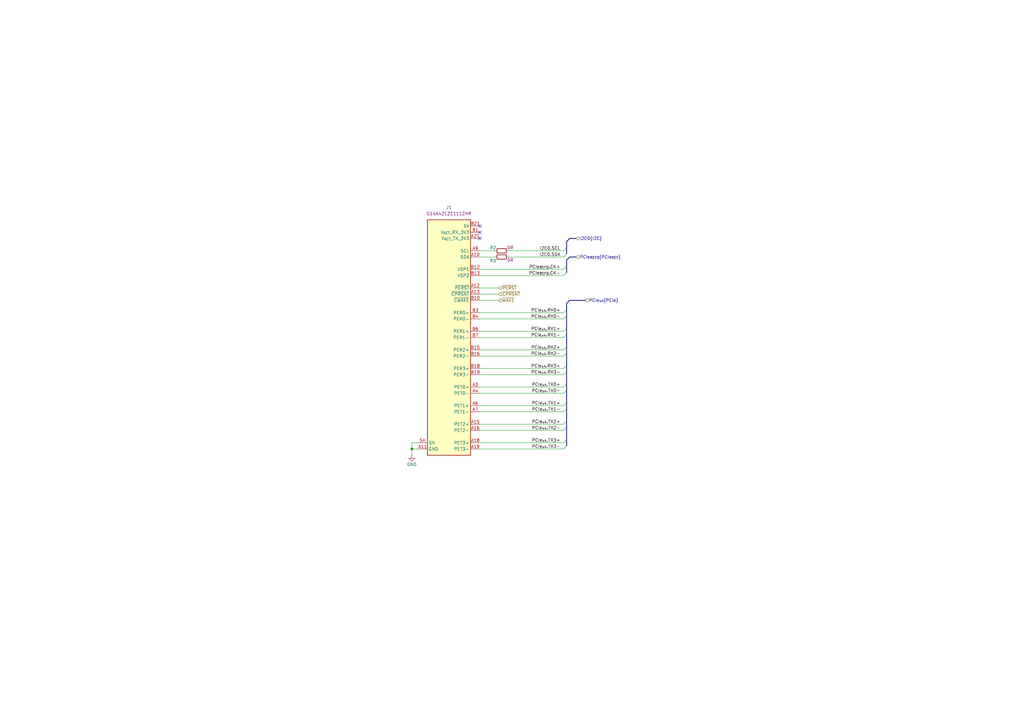
<source format=kicad_sch>
(kicad_sch (version 20250114) (generator "eeschema") (generator_version "9.0")
  (paper "A3")
  (title_block (title "OCuLink to PCIe adapter") (date "2025-06-18") (rev "1.0.0") (company "Antmicro Ltd") (comment 1 "www.antmicro.com"))
  (lib_symbols
    (symbol "antmicroPciConnectors:OCuLink_x4_Amphenol_G14A421211112HR_device_side"
      (property "Reference" "J" (at 39.37 -5.08 0))
      (property "MPN" "G14A421211112HR" (at 39.37 -7.62 0))
      (symbol "OCuLink_x4_Amphenol_G14A421211112HR_device_side_1_1"
        (rectangle (start 3.81 2.54) (end 21.59 -93.98) (stroke (width 0.254)) (fill (type background)))
        (pin passive line (at 0 0 0) (length 3.81) (hide yes) (name "5V") (number "A1"))
        (pin passive line (at 0 0 0) (length 3.81) (name "5V") (number "B21"))
        (pin power_in line (at 0 -2.54 0) (length 3.81) (name "V_{ACT}_RX_3V3") (number "B1"))
        (pin power_in line (at 0 -5.08 0) (length 3.81) (name "V_{ACT}_TX_3V3") (number "A21"))
        (pin bidirectional line (at 0 -10.16 0) (length 3.81) (name "SCL") (number "A9"))
        (pin bidirectional line (at 0 -12.7 0) (length 3.81) (name "SDA") (number "A10"))
        (pin bidirectional line (at 0 -17.78 0) (length 3.81) (name "VSP1") (number "B12"))
        (pin bidirectional line (at 0 -20.32 0) (length 3.81) (name "VSP2") (number "B13"))
        (pin bidirectional line (at 0 -25.4 0) (length 3.81) (name "~{PERST}") (number "A12"))
        (pin bidirectional line (at 0 -27.94 0) (length 3.81) (name "~{CPRSNT}") (number "A13"))
        (pin bidirectional line (at 0 -30.48 0) (length 3.81) (name "~{CWAKE}") (number "B10"))
        (pin output line (at 0 -35.56 0) (length 3.81) (name "PER0+") (number "B3"))
        (pin output line (at 0 -38.1 0) (length 3.81) (name "PER0-") (number "B4"))
        (pin output line (at 0 -43.18 0) (length 3.81) (name "PER1+") (number "B6"))
        (pin output line (at 0 -45.72 0) (length 3.81) (name "PER1-") (number "B7"))
        (pin output line (at 0 -50.8 0) (length 3.81) (name "PER2+") (number "B15"))
        (pin output line (at 0 -53.34 0) (length 3.81) (name "PER2-") (number "B16"))
        (pin output line (at 0 -58.42 0) (length 3.81) (name "PER3+") (number "B18"))
        (pin output line (at 0 -60.96 0) (length 3.81) (name "PER3-") (number "B19"))
        (pin input line (at 0 -66.04 0) (length 3.81) (name "PET0+") (number "A3"))
        (pin input line (at 0 -68.58 0) (length 3.81) (name "PET0-") (number "A4"))
        (pin input line (at 0 -73.66 0) (length 3.81) (name "PET1+") (number "A6"))
        (pin input line (at 0 -76.2 0) (length 3.81) (name "PET1-") (number "A7"))
        (pin input line (at 0 -81.28 0) (length 3.81) (name "PET2+") (number "A15"))
        (pin input line (at 0 -83.82 0) (length 3.81) (name "PET2-") (number "A16"))
        (pin input line (at 0 -88.9 0) (length 3.81) (name "PET3+") (number "A18"))
        (pin input line (at 0 -91.44 0) (length 3.81) (name "PET3-") (number "A19"))
        (pin no_connect line (at 21.59 -76.2 180) (length 3.81) (hide yes) (name "NC") (number "A9"))
        (pin passive line (at 25.4 -88.9 180) (length 3.81) (name "SH") (number "SH"))
        (pin passive line (at 25.4 -91.44 180) (length 3.81) (name "GND") (number "A11"))
        (pin passive line (at 25.4 -91.44 180) (length 3.81) (hide yes) (name "GND") (number "A14"))
        (pin passive line (at 25.4 -91.44 180) (length 3.81) (hide yes) (name "GND") (number "A17"))
        (pin passive line (at 25.4 -91.44 180) (length 3.81) (hide yes) (name "GND") (number "A2"))
        (pin passive line (at 25.4 -91.44 180) (length 3.81) (hide yes) (name "GND") (number "A20"))
        (pin passive line (at 25.4 -91.44 180) (length 3.81) (hide yes) (name "GND") (number "A5"))
        (pin passive line (at 25.4 -91.44 180) (length 3.81) (hide yes) (name "GND") (number "A8"))
        (pin passive line (at 25.4 -91.44 180) (length 3.81) (hide yes) (name "GND") (number "B11"))
        (pin passive line (at 25.4 -91.44 180) (length 3.81) (hide yes) (name "GND") (number "B14"))
        (pin passive line (at 25.4 -91.44 180) (length 3.81) (hide yes) (name "GND") (number "B17"))
        (pin passive line (at 25.4 -91.44 180) (length 3.81) (hide yes) (name "GND") (number "B2"))
        (pin passive line (at 25.4 -91.44 180) (length 3.81) (hide yes) (name "GND") (number "B20"))
        (pin passive line (at 25.4 -91.44 180) (length 3.81) (hide yes) (name "GND") (number "B5"))
        (pin passive line (at 25.4 -91.44 180) (length 3.81) (hide yes) (name "GND") (number "B8"))
      )
    )
    (symbol "antmicroResistors0402:R_0R_0402" (pin_numbers (hide yes)) (pin_names (hide yes))
      (property "Reference" "R" (at 20.32 -5.08 0))
      (property "Val" "0R" (at 20.32 -7.62 0))
      (symbol "R_0R_0402_0_1"
        (rectangle (start 0.635 0.889) (end 4.445 -0.889) (stroke (width 0.254)))
      )
      (symbol "R_0R_0402_1_1"
        (pin passive line (at 0 0 0) (length 0.635) (name "~") (number "1"))
        (pin passive line (at 5.08 0 180) (length 0.635) (name "~") (number "2"))
      )
    )
    (symbol "antmicropower:GND" (power) (pin_numbers (hide yes)) (pin_names (hide yes))
      (property "Value" "GND" (at 8.89 -5.08 0))
      (symbol "GND_1_1"
        (polyline (pts (xy 0 0) (xy 0 -1.27) (xy 1.27 -1.27) (xy 0 -2.54) (xy -1.27 -1.27) (xy 0 -1.27)))
        (pin power_in line (at 0 0 270) (length 0) (name "GND") (number "1"))
      )
    )
  )
  (bus_alias "I2C" (members "SDA" "SCL"))
  (bus_alias "PCIe" (members "TX3+" "TX3-" "TX2+" "TX2-" "TX1+" "TX1-" "TX0+" "TX0-" "RX3+" "RX3-" "RX2+" "RX2-" "RX1+" "RX1-" "RX0+" "RX0-"))
  (bus_alias "PCIe_{REF}" (members "CK+" "CK-"))
  (junction (at 168.91 184.15))
  (no_connect (at 196.85 95.25))
  (no_connect (at 196.85 97.79))
  (no_connect (at 196.85 92.71))
  (bus_entry (at 232.41 160.02) (size -1.27 1.27))
  (bus_entry (at 232.41 149.86) (size -1.27 1.27))
  (bus_entry (at 232.41 134.62) (size -1.27 1.27))
  (bus_entry (at 232.41 172.72) (size -1.27 1.27))
  (bus_entry (at 232.41 165.1) (size -1.27 1.27))
  (bus_entry (at 231.14 110.49) (size 1.27 -1.27))
  (bus_entry (at 232.41 137.16) (size -1.27 1.27))
  (bus_entry (at 232.41 175.26) (size -1.27 1.27))
  (bus_entry (at 232.41 127) (size -1.27 1.27))
  (bus_entry (at 231.14 113.03) (size 1.27 -1.27))
  (bus_entry (at 232.41 180.34) (size -1.27 1.27))
  (bus_entry (at 232.41 152.4) (size -1.27 1.27))
  (bus_entry (at 232.41 129.54) (size -1.27 1.27))
  (bus_entry (at 232.41 144.78) (size -1.27 1.27))
  (bus_entry (at 232.41 157.48) (size -1.27 1.27))
  (bus_entry (at 231.14 105.41) (size 1.27 -1.27))
  (bus_entry (at 231.14 102.87) (size 1.27 -1.27))
  (bus_entry (at 232.41 182.88) (size -1.27 1.27))
  (bus_entry (at 232.41 167.64) (size -1.27 1.27))
  (bus_entry (at 232.41 142.24) (size -1.27 1.27))
  (bus (pts (xy 232.41 134.62) (xy 232.41 137.16)))
  (bus (pts (xy 232.41 124.46) (xy 233.68 123.19)))
  (bus (pts (xy 232.41 157.48) (xy 232.41 160.02)))
  (wire (pts (xy 196.85 153.67) (xy 231.14 153.67)))
  (bus (pts (xy 232.41 165.1) (xy 232.41 167.64)))
  (bus (pts (xy 232.41 99.06) (xy 232.41 101.6)))
  (bus (pts (xy 232.41 129.54) (xy 232.41 134.62)))
  (wire (pts (xy 231.14 158.75) (xy 196.85 158.75)))
  (bus (pts (xy 232.41 137.16) (xy 232.41 142.24)))
  (wire (pts (xy 168.91 184.15) (xy 168.91 186.69)))
  (wire (pts (xy 231.14 181.61) (xy 196.85 181.61)))
  (bus (pts (xy 232.41 111.76) (xy 232.41 109.22)))
  (bus (pts (xy 232.41 109.22) (xy 232.41 106.68)))
  (wire (pts (xy 196.85 105.41) (xy 203.2 105.41)))
  (wire (pts (xy 168.91 181.61) (xy 168.91 184.15)))
  (wire (pts (xy 196.85 123.19) (xy 204.47 123.19)))
  (wire (pts (xy 208.28 105.41) (xy 231.14 105.41)))
  (bus (pts (xy 232.41 172.72) (xy 232.41 175.26)))
  (wire (pts (xy 196.85 110.49) (xy 231.14 110.49)))
  (bus (pts (xy 232.41 127) (xy 232.41 129.54)))
  (wire (pts (xy 231.14 161.29) (xy 196.85 161.29)))
  (wire (pts (xy 231.14 184.15) (xy 196.85 184.15)))
  (bus (pts (xy 232.41 144.78) (xy 232.41 149.86)))
  (bus (pts (xy 233.68 105.41) (xy 236.22 105.41)))
  (bus (pts (xy 232.41 142.24) (xy 232.41 144.78)))
  (bus (pts (xy 232.41 124.46) (xy 232.41 127)))
  (wire (pts (xy 196.85 120.65) (xy 204.47 120.65)))
  (wire (pts (xy 196.85 128.27) (xy 231.14 128.27)))
  (wire (pts (xy 168.91 184.15) (xy 171.45 184.15)))
  (wire (pts (xy 196.85 135.89) (xy 231.14 135.89)))
  (wire (pts (xy 196.85 143.51) (xy 231.14 143.51)))
  (bus (pts (xy 232.41 99.06) (xy 233.68 97.79)))
  (bus (pts (xy 232.41 160.02) (xy 232.41 165.1)))
  (wire (pts (xy 231.14 166.37) (xy 196.85 166.37)))
  (bus (pts (xy 240.03 123.19) (xy 233.68 123.19)))
  (bus (pts (xy 233.68 97.79) (xy 236.22 97.79)))
  (bus (pts (xy 232.41 149.86) (xy 232.41 152.4)))
  (wire (pts (xy 171.45 181.61) (xy 168.91 181.61)))
  (wire (pts (xy 231.14 173.99) (xy 196.85 173.99)))
  (bus (pts (xy 232.41 152.4) (xy 232.41 157.48)))
  (wire (pts (xy 196.85 118.11) (xy 204.47 118.11)))
  (wire (pts (xy 196.85 138.43) (xy 231.14 138.43)))
  (wire (pts (xy 196.85 102.87) (xy 203.2 102.87)))
  (wire (pts (xy 208.28 102.87) (xy 231.14 102.87)))
  (bus (pts (xy 232.41 167.64) (xy 232.41 172.72)))
  (wire (pts (xy 196.85 130.81) (xy 231.14 130.81)))
  (wire (pts (xy 196.85 151.13) (xy 231.14 151.13)))
  (wire (pts (xy 196.85 113.03) (xy 231.14 113.03)))
  (bus (pts (xy 232.41 104.14) (xy 232.41 101.6)))
  (bus (pts (xy 232.41 106.68) (xy 233.68 105.41)))
  (wire (pts (xy 231.14 176.53) (xy 196.85 176.53)))
  (bus (pts (xy 232.41 175.26) (xy 232.41 180.34)))
  (wire (pts (xy 196.85 146.05) (xy 231.14 146.05)))
  (wire (pts (xy 231.14 168.91) (xy 196.85 168.91)))
  (bus (pts (xy 232.41 180.34) (xy 232.41 182.88)))
  (label "PCIe_{x4}.TX3+" (at 229.87 181.61 180))
  (label "PCIe_{x4}.TX1-" (at 229.87 168.91 180))
  (label "PCIe_{x4}.RX3-" (at 229.87 153.67 180))
  (label "PCIe_{REF0}.CK+" (at 229.87 110.49 180))
  (label "PCIe_{x4}.TX0-" (at 229.87 161.29 180))
  (label "PCIe_{x4}.TX3-" (at 229.87 184.15 180))
  (label "PCIe_{x4}.TX1+" (at 229.87 166.37 180))
  (label "I2C0.SDA" (at 229.87 105.41 180))
  (label "PCIe_{x4}.RX1+" (at 229.87 135.89 180))
  (label "PCIe_{x4}.RX0+" (at 229.87 128.27 180))
  (label "PCIe_{x4}.TX0+" (at 229.87 158.75 180))
  (label "I2C0.SCL" (at 229.87 102.87 180))
  (label "PCIe_{x4}.TX2-" (at 229.87 176.53 180))
  (label "PCIe_{x4}.RX1-" (at 229.87 138.43 180))
  (label "PCIe_{x4}.RX2-" (at 229.87 146.05 180))
  (label "PCIe_{x4}.TX2+" (at 229.87 173.99 180))
  (label "PCIe_{x4}.RX0-" (at 229.87 130.81 180))
  (label "PCIe_{x4}.RX3+" (at 229.87 151.13 180))
  (label "PCIe_{x4}.RX2+" (at 229.87 143.51 180))
  (label "PCIe_{REF0}.CK-" (at 229.87 113.03 180))
  (hierarchical_label "~{WAKE}" (shape input) (at 204.47 123.19 0))
  (hierarchical_label "PCIe_{REF0}{PCIe_{REF}}" (shape input) (at 236.22 105.41 0))
  (hierarchical_label "~{CPRSNT}" (shape input) (at 204.47 120.65 0))
  (hierarchical_label "~{PERST}" (shape input) (at 204.47 118.11 0))
  (hierarchical_label "PCIe_{x4}{PCIe}" (shape input) (at 240.03 123.19 0))
  (hierarchical_label "I2C0{I2C}" (shape input) (at 236.22 97.79 0))
  (symbol (lib_id "antmicroResistors0402:R_0R_0402") (at 203.2 105.41 0) (unit 1)
    (property "Reference" "R3" (at 202.184 106.934 0))
    (property "Value" "R_0R_0402" (effects (hide yes)))
    (property "Footprint" "antmicro-footprints:R_0402_1005Metric" (effects (hide yes)))
    (property "Datasheet" "https://industrial.panasonic.com/cdbs/www-data/pdf/RDA0000/AOA0000C301.pdf" (effects (hide yes)))
    (property "Description" "SMD Chip Resistor, Jumper, 0 ohm, 100 mW, 0402 [1005 Metric], Thick Film, General Purpose" (effects (hide yes)))
    (property "MPN" "ERJ2GE0R00X" (effects (hide yes)))
    (property "Manufacturer" "Panasonic" (effects (hide yes)))
    (property "License" "Apache-2.0" (effects (hide yes)))
    (property "Author" "Antmicro" (effects (hide yes)))
    (property "Val" "0R" (at 209.296 106.68 0))
    (property "Current" "1A" (effects (hide yes)))
  )
  (symbol (lib_id "antmicropower:GND") (at 168.91 186.69 0) (mirror y) (unit 1)
    (property "Reference" "#PWR075" (effects (hide yes)))
    (property "Value" "GND" (at 168.91 190.5 0))
    (property "Author" "Antmicro" (effects (hide yes)))
    (property "License" "Apache-2.0" (effects (hide yes)))
  )
  (symbol (lib_id "antmicroPciConnectors:OCuLink_x4_Amphenol_G14A421211112HR_device_side") (at 196.85 92.71 0) (mirror y) (unit 1)
    (property "Reference" "J1" (at 184.15 85.09 0))
    (property "Value" "OCuLink_x4_Amphenol_G14A421211112HR" (effects (hide yes)))
    (property "Footprint" "antmicro-footprints:Amphenol_G14A421211112HR" (effects (hide yes)))
    (property "Datasheet" "https://cdn.amphenol-cs.com/media/wysiwyg/files/drawing/g14a421x1bxxxhr.pdf" (effects (hide yes)))
    (property "Description" "I/O Connectors OCulink, Receptacle, 0.5mm pitch, 4X, R/A SMT with shell leg SMT type, 30U\" gold plating, LCP, black, T&R packing" (effects (hide yes)))
    (property "Manufacturer" "Amphenol" (effects (hide yes)))
    (property "MPN" "G14A421211112HR" (at 184.15 87.63 0))
    (property "Author" "Antmicro" (effects (hide yes)))
    (property "License" "Apache-2.0" (effects (hide yes)))
  )
  (symbol (lib_id "antmicroResistors0402:R_0R_0402") (at 203.2 102.87 0) (unit 1)
    (property "Reference" "R2" (at 202.184 101.6 0))
    (property "Value" "R_0R_0402" (effects (hide yes)))
    (property "Footprint" "antmicro-footprints:R_0402_1005Metric" (effects (hide yes)))
    (property "Datasheet" "https://industrial.panasonic.com/cdbs/www-data/pdf/RDA0000/AOA0000C301.pdf" (effects (hide yes)))
    (property "Description" "SMD Chip Resistor, Jumper, 0 ohm, 100 mW, 0402 [1005 Metric], Thick Film, General Purpose" (effects (hide yes)))
    (property "MPN" "ERJ2GE0R00X" (effects (hide yes)))
    (property "Manufacturer" "Panasonic" (effects (hide yes)))
    (property "License" "Apache-2.0" (effects (hide yes)))
    (property "Author" "Antmicro" (effects (hide yes)))
    (property "Val" "0R" (at 209.296 101.6 0))
    (property "Current" "1A" (effects (hide yes)))
  )
)
</source>
